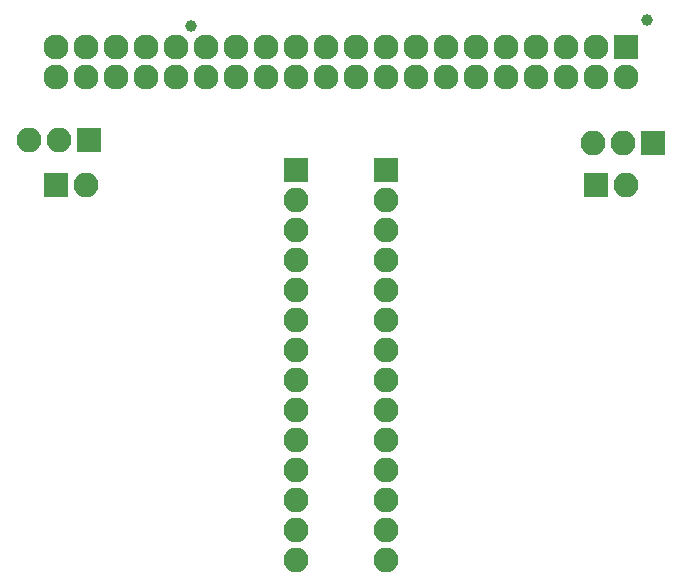
<source format=gbr>
G04 #@! TF.FileFunction,Soldermask,Top*
%FSLAX46Y46*%
G04 Gerber Fmt 4.6, Leading zero omitted, Abs format (unit mm)*
G04 Created by KiCad (PCBNEW 4.0.7-e2-6376~61~ubuntu18.04.1) date Thu Jan 17 04:12:43 2019*
%MOMM*%
%LPD*%
G01*
G04 APERTURE LIST*
%ADD10C,0.100000*%
%ADD11R,2.127200X2.127200*%
%ADD12O,2.127200X2.127200*%
%ADD13R,2.100000X2.100000*%
%ADD14O,2.100000X2.100000*%
%ADD15C,1.000000*%
G04 APERTURE END LIST*
D10*
D11*
X170180000Y-68072000D03*
D12*
X170180000Y-70612000D03*
X167640000Y-68072000D03*
X167640000Y-70612000D03*
X165100000Y-68072000D03*
X165100000Y-70612000D03*
X162560000Y-68072000D03*
X162560000Y-70612000D03*
X160020000Y-68072000D03*
X160020000Y-70612000D03*
X157480000Y-68072000D03*
X157480000Y-70612000D03*
X154940000Y-68072000D03*
X154940000Y-70612000D03*
X152400000Y-68072000D03*
X152400000Y-70612000D03*
X149860000Y-68072000D03*
X149860000Y-70612000D03*
X147320000Y-68072000D03*
X147320000Y-70612000D03*
X144780000Y-68072000D03*
X144780000Y-70612000D03*
X142240000Y-68072000D03*
X142240000Y-70612000D03*
X139700000Y-68072000D03*
X139700000Y-70612000D03*
X137160000Y-68072000D03*
X137160000Y-70612000D03*
X134620000Y-68072000D03*
X134620000Y-70612000D03*
X132080000Y-68072000D03*
X132080000Y-70612000D03*
X129540000Y-68072000D03*
X129540000Y-70612000D03*
X127000000Y-68072000D03*
X127000000Y-70612000D03*
X124460000Y-68072000D03*
X124460000Y-70612000D03*
X121920000Y-68072000D03*
X121920000Y-70612000D03*
D13*
X124714000Y-75946000D03*
D14*
X122174000Y-75946000D03*
X119634000Y-75946000D03*
D13*
X149860000Y-78486000D03*
D14*
X149860000Y-81026000D03*
X149860000Y-83566000D03*
X149860000Y-86106000D03*
X149860000Y-88646000D03*
X149860000Y-91186000D03*
X149860000Y-93726000D03*
X149860000Y-96266000D03*
X149860000Y-98806000D03*
X149860000Y-101346000D03*
X149860000Y-103886000D03*
X149860000Y-106426000D03*
X149860000Y-108966000D03*
X149860000Y-111506000D03*
D13*
X121920000Y-79756000D03*
D14*
X124460000Y-79756000D03*
D13*
X142240000Y-78486000D03*
D14*
X142240000Y-81026000D03*
X142240000Y-83566000D03*
X142240000Y-86106000D03*
X142240000Y-88646000D03*
X142240000Y-91186000D03*
X142240000Y-93726000D03*
X142240000Y-96266000D03*
X142240000Y-98806000D03*
X142240000Y-101346000D03*
X142240000Y-103886000D03*
X142240000Y-106426000D03*
X142240000Y-108966000D03*
X142240000Y-111506000D03*
D13*
X167640000Y-79756000D03*
D14*
X170180000Y-79756000D03*
D13*
X172466000Y-76200000D03*
D14*
X169926000Y-76200000D03*
X167386000Y-76200000D03*
D15*
X171958000Y-65786000D03*
X133350000Y-66294000D03*
M02*

</source>
